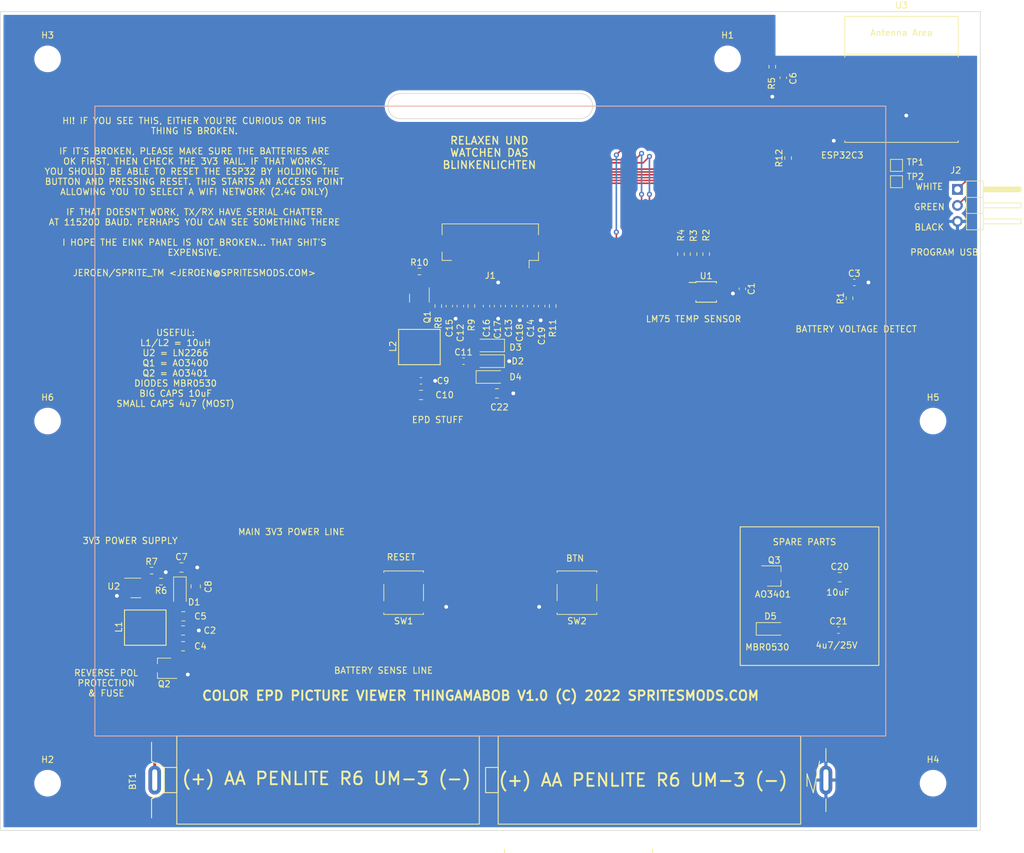
<source format=kicad_pcb>
(kicad_pcb (version 20221018) (generator pcbnew)
  (layers (0 "F.Cu" signal) (31 "B.Cu" signal) (34 "B.Paste" user) (35 "F.Paste" user) (36 "B.SilkS" user "B.Silkscreen") (37 "F.SilkS" user "F.Silkscreen") (38 "B.Mask" user) (39 "F.Mask" user) (44 "Edge.Cuts" user))
  (net 0 "")
  (net 1 "GND")
  (net 2 "LM75_PWR")
  (net 3 "VBAT_MEAS")
  (net 4 "Net-(U3-EN{slash}CHIP_PU)")
  (net 5 "+3V3")
  (net 6 "Net-(D3-A)")
  (net 7 "Net-(D2-A)")
  (net 8 "Net-(J1-VSH_LV)")
  (net 9 "EPD_VGH")
  (net 10 "EPD_VGL")
  (net 11 "Net-(J1-VSL_LV)")
  (net 12 "Net-(J1-VDD)")
  (net 13 "Net-(J1-VSH)")
  (net 14 "Net-(J1-VSL)")
  (net 15 "Net-(J1-VCOM)")
  (net 17 "EPD_GDR")
  (net 18 "EPD_RESE")
  (net 19 "TSSCL")
  (net 20 "TSSDA")
  (net 22 "EPD_BUSY")
  (net 23 "EPD_RESET")
  (net 24 "EPD_DC")
  (net 25 "EPD_CS")
  (net 26 "EPD_SCL")
  (net 27 "EPD_SDA")
  (net 28 "FMDSO")
  (net 30 "Net-(J1-MFCSB)")
  (net 31 "Net-(J1-BS)")
  (net 34 "/VBAT")
  (net 35 "/VBAT_FP")
  (net 36 "/VBAT_IND")
  (net 38 "Net-(U1-O.S.)")
  (net 39 "BTN")
  (net 40 "USB_DP")
  (net 41 "USB_DM")
  (net 42 "Net-(U2-FB)")
  (net 43 "Net-(U3-GPIO21{slash}U0TXD)")
  (net 48 "Net-(U3-GPIO20{slash}U0RXD)")
  (footprint "MountingHole:MountingHole_3.2mm_M3_ISO14580" (layer "F.Cu") (at 166 141.5)
    (fp_text reference "H4")
    (fp_text value "MountingHole")
  )
  (footprint "Capacitor_SMD:C_0603_1608Metric" (layer "F.Cu") (at 95.15 65.75 90)
    (fp_text reference "C16")
    (fp_text value "1u/25V")
  )
  (footprint "Diode_SMD:D_SOD-123" (layer "F.Cu") (at 95.75 77)
    (fp_text reference "D4")
    (fp_text value "MBR0530")
  )
  (footprint "Capacitor_SMD:C_0805_2012Metric" (layer "F.Cu") (at 47.05 115)
    (fp_text reference "C5")
    (fp_text value "10u")
  )
  (footprint "TestPoint:TestPoint_Pad_1.5x1.5mm" (layer "F.Cu") (at 160.2 43.4)
    (fp_text reference "TP1")
    (fp_text value "TestPoint")
  )
  (footprint "Capacitor_SMD:C_0603_1608Metric" (layer "F.Cu") (at 151 117.2)
    (fp_text reference "C21")
    (fp_text value "4u7/25V")
  )
  (footprint "Button_Switch_SMD:SW_SPST_B3S-1000" (layer "F.Cu") (at 109.5 111.25 180)
    (fp_text reference "SW2")
    (fp_text value "Reset")
  )
  (footprint "jeroens_lib:IND_WHC0630" (layer "F.Cu") (at 84.5 72.25 90)
    (fp_text reference "L2")
    (fp_text value "10u")
  )
  (footprint "Capacitor_SMD:C_0603_1608Metric" (layer "F.Cu") (at 142.25 29.5 -90)
    (fp_text reference "C6")
    (fp_text value "1u")
  )
  (footprint "Resistor_SMD:R_0603_1608Metric" (layer "F.Cu") (at 92.75 65.75 90)
    (fp_text reference "R9")
    (fp_text value "0")
  )
  (footprint "MountingHole:MountingHole_3.2mm_M3_ISO14580" (layer "F.Cu") (at 25.5 84)
    (fp_text reference "H6")
    (fp_text value "MountingHole")
  )
  (footprint "MountingHole:MountingHole_3.2mm_M3_ISO14580" (layer "F.Cu") (at 166 84)
    (fp_text reference "H5")
    (fp_text value "MountingHole")
  )
  (footprint "Resistor_SMD:R_0603_1608Metric" (layer "F.Cu") (at 126 57.5 -90)
    (fp_text reference "R4")
    (fp_text value "4K7")
  )
  (footprint "Capacitor_SMD:C_0603_1608Metric" (layer "F.Cu") (at 102.15 65.75 90)
    (fp_text reference "C14")
    (fp_text value "4u7/25V")
  )
  (footprint "Resistor_SMD:R_0603_1608Metric" (layer "F.Cu") (at 140.5 27.75 -90)
    (fp_text reference "R5")
    (fp_text value "10K")
  )
  (footprint "Package_TO_SOT_SMD:SOT-23" (layer "F.Cu") (at 84.5 64.5 -90)
    (fp_text reference "Q1")
    (fp_text value "AO3400")
  )
  (footprint "Resistor_SMD:R_0603_1608Metric" (layer "F.Cu") (at 42 107.75)
    (fp_text reference "R7")
    (fp_text value "980K")
  )
  (footprint "Capacitor_SMD:C_0603_1608Metric" (layer "F.Cu") (at 96.9 65.75 90)
    (fp_text reference "C17")
    (fp_text value "4u7/25V")
  )
  (footprint "jeroens_lib:2xaa_pcb_conn" (layer "F.Cu") (at 94 141 90)
    (fp_text reference "BT1")
    (fp_text value "2xAA")
  )
  (footprint "Package_TO_SOT_SMD:SOT-23W_Handsoldering" (layer "F.Cu") (at 140.8 108.6)
    (fp_text reference "Q3")
    (fp_text value "AO3401")
  )
  (footprint "jeroens_lib:Hirose_FH12-24S-0.5SH_1x24-1MP_P0.50mm_Horizontal_reverse" (layer "F.Cu") (at 95.75 57.2 180)
    (fp_text reference "J1")
    (fp_text value "24-pin-epd-fpc")
  )
  (footprint "Capacitor_SMD:C_0603_1608Metric" (layer "F.Cu") (at 98.65 65.75 90)
    (fp_text reference "C13")
    (fp_text value "4u7/25V")
  )
  (footprint "Capacitor_SMD:C_0805_2012Metric" (layer "F.Cu") (at 151.2 108.8)
    (fp_text reference "C20")
    (fp_text value "10u")
  )
  (footprint "Button_Switch_SMD:SW_SPST_B3S-1000" (layer "F.Cu") (at 82 111.25 180)
    (fp_text reference "SW1")
    (fp_text value "Reset")
  )
  (footprint "Capacitor_SMD:C_0603_1608Metric" (layer "F.Cu") (at 100.4 65.75 90)
    (fp_text reference "C18")
    (fp_text value "4u7/25V")
  )
  (footprint "Capacitor_SMD:C_0805_2012Metric" (layer "F.Cu") (at 49 110.25 90)
    (fp_text reference "C8")
    (fp_text value "10u")
  )
  (footprint "Resistor_SMD:R_0603_1608Metric" (layer "F.Cu") (at 43.5 109.5 180)
    (fp_text reference "R6")
    (fp_text value "1M6")
  )
  (footprint "Capacitor_SMD:C_0603_1608Metric" (layer "F.Cu") (at 153.5 62)
    (fp_text reference "C3")
    (fp_text value "100n")
  )
  (footprint "Capacitor_SMD:C_0603_1608Metric" (layer "F.Cu") (at 91 65.75 90)
    (fp_text reference "C12")
    (fp_text value "4u7/25V")
  )
  (footprint "Diode_SMD:D_SOD-123" (layer "F.Cu") (at 140.2 117)
    (fp_text reference "D5")
    (fp_text value "MBR0530")
  )
  (footprint "Resistor_SMD:R_0603_1608Metric" (layer "F.Cu") (at 84.5 60.25)
    (fp_text reference "R10")
    (fp_text value "10K")
  )
  (footprint "Diode_SMD:D_SOD-123" (layer "F.Cu") (at 95.75 72 180)
    (fp_text reference "D3")
    (fp_text value "MBR0530")
  )
  (footprint "MountingHole:MountingHole_3.2mm_M3_ISO14580" (layer "F.Cu") (at 25.5 26.5)
    (fp_text reference "H3")
    (fp_text value "MountingHole")
  )
  (footprint "Resistor_SMD:R_0603_1608Metric" (layer "F.Cu") (at 152.75 64.5 90)
    (fp_text reference "R1")
    (fp_text value "10K")
  )
  (footprint "Capacitor_SMD:C_0603_1608Metric" (layer "F.Cu") (at 91.5 74.5)
    (fp_text reference "C11")
    (fp_text value "4u7/25V")
  )
  (footprint "Package_TO_SOT_SMD:SOT-23W_Handsoldering" (layer "F.Cu") (at 44 123.25 180)
    (fp_text reference "Q2")
    (fp_text value "AO3401")
  )
  (footprint "Capacitor_SMD:C_0805_2012Metric" (layer "F.Cu") (at 47 117.25)
    (fp_text reference "C2")
    (fp_text value "10u")
  )
  (footprint "MountingHole:MountingHole_3.2mm_M3_ISO14580" (layer "F.Cu") (at 25.5 141.5)
    (fp_text reference "H2")
    (fp_text value "MountingHole")
  )
  (footprint "Capacitor_SMD:C_0805_2012Metric" (layer "F.Cu") (at 84.75 79.8625)
    (fp_text reference "C10")
    (fp_text value "10u")
  )
  (footprint "Package_TO_SOT_SMD:SOT-23-6" (layer "F.Cu") (at 39.5 110.5)
    (fp_text reference "U2")
    (fp_text value "LN2266")
  )
  (footprint "Resistor_SMD:R_0603_1608Metric" (layer "F.Cu") (at 143 42.25 90)
    (fp_text reference "R12")
    (fp_text value "10K")
  )
  (footprint "Capacitor_SMD:C_0805_2012Metric" (layer "F.Cu") (at 47 119.75)
    (fp_text reference "C4")
    (fp_text value "10u")
  )
  (footprint "TestPoint:TestPoint_Pad_1.5x1.5mm" (layer "F.Cu") (at 160.2 46)
    (fp_text reference "TP2")
    (fp_text value "TestPoint")
  )
  (footprint "Diode_SMD:D_SOD-123" (layer "F.Cu") (at 46.5 111 -90)
    (fp_text reference "D1")
    (fp_text value "MBR0520")
  )
  (footprint "jeroens_lib:IND_WHC0630" (layer "F.Cu") (at 41 116.8 90)
    (fp_text reference "L1")
    (fp_text value "10u")
  )
  (footprint "Capacitor_SMD:C_0603_1608Metric" (layer "F.Cu") (at 103.9 65.75 90)
    (fp_text reference "C19")
    (fp_text value "4u7/25V")
  )
  (footprint "Espressif:ESP32-C3-WROOM-02" (layer "F.Cu") (at 161 31)
    (fp_text reference "U3")
    (fp_text value "ESP32-C3-WROOM-02")
  )
  (footprint "Capacitor_SMD:C_0603_1608Metric" (layer "F.Cu") (at 135.75 63 -90)
    (fp_text reference "C1")
    (fp_text value "100n")
  )
  (footprint "Connector_PinHeader_2.54mm:PinHeader_1x03_P2.54mm_Horizontal" (layer "F.Cu") (at 169.875 47.225)
    (fp_text reference "J2")
    (fp_text value "Conn_01x03")
  )
  (footprint "Capacitor_SMD:C_0805_2012Metric" (layer "F.Cu") (at 96.8 79.6)
    (fp_text reference "C22")
    (fp_text value "10u")
  )
  (footprint "Package_SO:TSSOP-8_3x3mm_P0.65mm" (layer "F.Cu") (at 130 63.5)
    (fp_text reference "U1")
    (fp_text value "LM75B")
  )
  (footprint "Diode_SMD:D_SOD-123" (layer "F.Cu") (at 95.75 74.5 180)
    (fp_text reference "D2")
    (fp_text value "MBR0530")
  )
  (footprint "Resistor_SMD:R_0603_1608Metric" (layer "F.Cu") (at 130 57.5 -90)
    (fp_text reference "R2")
    (fp_text value "10K")
  )
  (footprint "Resistor_SMD:R_0603_1608Metric" (layer "F.Cu") (at 128 57.5 -90)
    (fp_text reference "R3")
    (fp_text value "4K7")
  )
  (footprint "MountingHole:MountingHole_3.2mm_M3_ISO14580" (layer "F.Cu") (at 133.4 26.5)
    (fp_text reference "H1")
    (fp_text value "MountingHole")
  )
  (footprint "Capacitor_SMD:C_0603_1608Metric" (layer "F.Cu") (at 89.25 65.75 90)
    (fp_text reference "C15")
    (fp_text value "4u7/25V")
  )
  (footprint "Capacitor_SMD:C_0603_1608Metric" (layer "F.Cu") (at 84.75 77.6125)
    (fp_text reference "C9")
    (fp_text value "1u")
  )
  (footprint "Resistor_SMD:R_0603_1608Metric" (layer "F.Cu") (at 87.5 65.75 -90)
    (fp_text reference "R8")
    (fp_text value "0R47")
  )
  (footprint "Capacitor_SMD:C_0805_2012Metric" (layer "F.Cu") (at 46.75 107.25)
    (fp_text reference "C7")
    (fp_text value "10u")
  )
  (footprint "Resistor_SMD:R_0603_1608Metric" (layer "F.Cu") (at 105.65 65.75 -90)
    (fp_text reference "R11")
    (fp_text value "56K")
  )
  (gr_rect (start 33 34) (end 158.5 134) (stroke (width 0.15)) (fill none) (layer "B.SilkS"))
  (gr_line (start 121.5 152) (end 121.5 152.5) (stroke (width 0.15)) (layer "F.SilkS"))
  (gr_line (start 98 152) (end 98 152.5) (stroke (width 0.15)) (layer "F.SilkS"))
  (gr_rect (start 135.4 100.8) (end 157.4 122.8) (stroke (width 0.15)) (fill none) (layer "F.SilkS"))
  (gr_arc (start 81.5 36) (mid 79.5 34) (end 81.5 32) (stroke (width 0.1)) (layer "Edge.Cuts"))
  (gr_arc (start 110 32) (mid 112 34) (end 110 36) (stroke (width 0.1)) (layer "Edge.Cuts"))
  (gr_line (start 81.5 32) (end 110 32) (stroke (width 0.1)) (layer "Edge.Cuts"))
  (gr_rect (start 18 19) (end 173.5 149) (stroke (width 0.1)) (fill none) (layer "Edge.Cuts"))
  (gr_line (start 110 36) (end 81.5 36) (stroke (width 0.1)) (layer "Edge.Cuts"))
  (gr_text "AO3401" (at 140.6 111.5) (layer "F.SilkS") (effects (font (size 1 1))))
  (gr_text "EPD STUFF" (at 87.4 83.8) (layer "F.SilkS") (effects (font (size 1 1))))
  (gr_text "BATTERY VOLTAGE DETECT\n" (at 153.8 69.4) (layer "F.SilkS") (effects (font (size 1 1))))
  (gr_text "RESET" (at 81.6 105.6) (layer "F.SilkS") (effects (font (size 1 1))))
  (gr_text "MAIN 3V3 POWER LINE" (at 64.2 101.6) (layer "F.SilkS") (effects (font (size 1 1))))
  (gr_text "SPARE PARTS" (at 145.6 103.2) (layer "F.SilkS") (effects (font (size 1 1))))
  (gr_text "HI! IF YOU SEE THIS, EITHER YOU'RE CURIOUS OR THIS\nTHING IS BROKEN.\n\nIF IT'S BROKEN, PLEASE MAKE SURE THE BATTERIES ARE\nOK FIRST, THEN CHECK THE 3V3 RAIL. IF THAT WORKS,\nYOU SHOULD BE ABLE TO RESET THE ESP32 BY HOLDING THE \nBUTTON AND PRESSING RESET. THIS STARTS AN ACCESS POINT\nALLOWING YOU TO SELECT A WIFI NETWORK (2.4G ONLY)\n\nIF THAT DOESN'T WORK, TX/RX HAVE SERIAL CHATTER\nAT 115200 BAUD. PERHAPS YOU CAN SEE SOMETHING THERE\n\nI HOPE THE EINK PANEL IS NOT BROKEN... THAT SHIT'S\nEXPENSIVE.\n\nJEROEN/SPRITE_TM <JEROEN@SPRITESMODS.COM>" (at 48.8 48.4) (layer "F.SilkS") (effects (font (size 1 1))))
  (gr_text "3V3 POWER SUPPLY" (at 38.6 103) (layer "F.SilkS") (effects (font (size 1 1))))
  (gr_text "ESP32C3" (at 151.6 41.8) (layer "F.SilkS") (effects (font (size 1 1))))
  (gr_text "REVERSE POL\nPROTECTION\n& FUSE" (at 34.8 125.6) (layer "F.SilkS") (effects (font (size 1 1))))
  (gr_text "BTN" (at 109.2 105.8) (layer "F.SilkS") (effects (font (size 1 1))))
  (gr_text "PROGRAM USB" (at 167.8 57.2) (layer "F.SilkS") (effects (font (size 1 1))))
  (gr_text "COLOR EPD PICTURE VIEWER THINGAMABOB V1.0 (C) 2022 SPRITESMODS.COM" (at 94.2 127.6) (layer "F.SilkS") (effects (font (size 1.5 1.5) (thickness 0.3))))
  (gr_text "LM75 TEMP SENSOR" (at 128 67.8) (layer "F.SilkS") (effects (font (size 1 1))))
  (gr_text "10uF" (at 150.9 111.2) (layer "F.SilkS") (effects (font (size 1 1))))
  (gr_text "BATTERY SENSE LINE" (at 78.8 123.6) (layer "F.SilkS") (effects (font (size 1 1))))
  (gr_text "MBR0530" (at 139.7 119.9) (layer "F.SilkS") (effects (font (size 1 1))))
  (gr_text "RELAXEN UND\nWATCHEN DAS\nBLINKENLICHTEN" (at 95.6 41.4) (layer "F.SilkS") (effects (font (size 1.2 1.2) (thickness 0.2))))
  (gr_text "USEFUL:\nL1/L2 = 10uH\nU2 = LN2266\nQ1 = AO3400\nQ2 = AO3401\nDIODES MBR0530\nBIG CAPS 10uF\nSMALL CAPS 4u7 (MOST)" (at 45.8 75.6) (layer "F.SilkS") (effects (font (size 1 1))))
  (gr_text "4u7/25V" (at 150.7 119.6) (layer "F.SilkS") (effects (font (size 1 1))))
  (gr_text "WHITE\n\nGREEN\n\nBLACK" (at 165.4 50) (layer "F.SilkS") (effects (font (size 1 1))))
  (segment (start 48.35 107.9) (end 47.7 107.25) (width 0.45) (layer "F.Cu") (net 1))
  (segment (start 133.5 65.25) (end 128.25 65.25) (width 0.25) (layer "F.Cu") (net 1))
  (segment (start 103.9 66.525) (end 105.6 66.525) (width 0.45) (layer "F.Cu") (net 1))
  (segment (start 45.7 124.2) (end 47.7 124.2) (width 0.45) (layer "F.Cu") (net 1))
  (segment (start 105.525 113.5) (end 103.5 113.5) (width 0.45) (layer "F.Cu") (net 1))
  (segment (start 97.4 74.5) (end 98.75 74.5) (width 0.45) (layer "F.Cu") (net 1))
  (segment (start 161.91 31.95) (end 161.91 33.05) (width 0.2) (layer "F.Cu") (net 1))
  (segment (start 128.25 65.25) (end 127.85 64.85) (width 0.25) (layer "F.Cu") (net 1))
  (segment (start 92.7 66.525) (end 92.75 66.575) (width 0.45) (layer "F.Cu") (net 1))
  (segment (start 134.25 63.75) (end 134.25 64.5) (width 0.25) (layer "F.Cu") (net 1))
  (segment (start 98 61) (end 97 62) (width 0.25) (layer "F.Cu") (net 1))
  (segment (start 98 59.05) (end 98 61) (width 0.25) (layer "F.Cu") (net 1))
  (segment (start 100.4 67.9745) (end 100.4255 68) (width 0.45) (layer "F.Cu") (net 1))
  (segment (start 103.9 67.85) (end 103.75 68) (width 0.45) (layer "F.Cu") (net 1))
  (segment (start 160.86 31.95) (end 160.86 33.05) (width 0.2) (layer "F.Cu") (net 1))
  (segment (start 96.9 66.525) (end 98.65 66.525) (width 0.45) (layer "F.Cu") (net 1))
  (segment (start 142.25 30.275) (end 142.25 30.75) (width 0.45) (layer "F.Cu") (net 1))
  (segment (start 103.9 66.525) (end 103.9 67.85) (width 0.45) (layer "F.Cu") (net 1))
  (segment (start 150.9 38.85) (end 150.25 39.5) (width 0.45) (layer "F.Cu") (net 1))
  (segment (start 134.275 63.775) (end 134.25 63.75) (width 0.45) (layer "F.Cu") (net 1))
  (segment (start 38.3625 111.45) (end 36.8 111.45) (width 0.45) (layer "F.Cu") (net 1))
  (segment (start 47.7 124.2) (end 47.75 124.25) (width 0.45) (layer "F.Cu") (net 1))
  (segment (start 163.06 31.95) (end 161.91 31.95) (width 0.2) (layer "F.Cu") (net 1))
  (segment (start 90.225 66.525) (end 90.225 67.725) (width 0.45) (layer "F.Cu") (net 1))
  (segment (start 152.25 38.85) (end 150.9 38.85) (width 0.45) (layer "F.Cu") (net 1))
  (segment (start 47.95 119.75) (end 47.95 117.25) (width 0.45) (layer "F.Cu") (net 1))
  (segment (start 85.525 77.6125) (end 85.525 79.6875) (width 0.45) (layer "F.Cu") (net 1))
  (segment (start 36.8 111.45) (end 36.5 111.75) (width 0.45) (layer "F.Cu") (net 1))
  (segment (start 161.91 34.15) (end 161.91 35.34) (width 0.2) (layer "F.Cu") (net 1))
  (segment (start 90.225 66.525) (end 91 66.525) (width 0.45) (layer "F.Cu") (net 1))
  (segment (start 163.06 34.15) (end 163.06 33.05) (width 0.2) (layer "F.Cu") (net 1))
  (segment (start 160.86 33.05) (end 160.86 34.15) (width 0.2) (layer "F.Cu") (net 1))
  (segment (start 133.525 64.475) (end 134.25 63.75) (width 0.25) (layer "F.Cu") (net 1))
  (segment (start 89.25 66.525) (end 90.225 66.525) (width 0.45) (layer "F.Cu") (net 1))
  (segment (start 97.75 79.6) (end 99.4 79.6) (width 0.45) (layer "F.Cu") (net 1))
  (segment (start 48.35 107.9) (end 49 107.25) (width 0.45) (layer "F.Cu") (net 1))
  (segment (start 134.175 63.825) (end 134.25 63.75) (width 0.25) (layer "F.Cu") (net 1))
  (segment (start 89.2 66.575) (end 89.25 66.525) (width 0.45) (layer "F.Cu") (net 1))
  (segment (start 132.15 63.825) (end 134.175 63.825) (width 0.25) (layer "F.Cu") (net 1))
  (segment (start 133.675 63.175) (end 134.25 63.75) (width 0.25) (layer "F.Cu") (net 1))
  (segment (start 96.9 66.525) (end 96.9 67.65) (width 0.45) (layer "F.Cu") (net 1))
  (segment (start 42.825 107.75) (end 44 107.75) (width 0.45) (layer "F.Cu") (net 1))
  (segment (start 132.15 64.475) (end 133.525 64.475) (width 0.25) (layer "F.Cu") (net 1))
  (segment (start 154.275 62) (end 155.75 62) (width 0.2) (layer "F.Cu") (net 1))
  (segment (start 49 107.25) (end 49.25 107.25) (width 0.45) (layer "F.Cu") (net 1))
  (segment (start 142.25 30.75) (end 140.5 32.5) (width 0.45) (layer "F.Cu") (net 1))
  (segment (start 96.9 67.65) (end 97 67.75) (width 0.45) (layer "F.Cu") (net 1))
  (segment (start 161.91 35.34) (end 161.75 35.5) (width 0.2) (layer "F.Cu") (net 1))
  (segment (start 85.525 77.6125) (end 87 77.6125) (width 0.45) (layer "F.Cu") (net 1))
  (segment (start 95.15 66.525) (end 96.9 66.525) (width 0.45) (layer "F.Cu") (net 1))
  (segment (start 100.4 66.525) (end 100.4 67.9745) (width 0.45) (layer "F.Cu") (net 1))
  (segment (start 87.5 66.575) (end 89.2 66.575) (width 0.45) (layer "F.Cu") (net 1))
  (segment (start 135.75 63.775) (end 134.275 63.775) (width 0.45) (layer "F.Cu") (net 1))
  (segment (start 102.15 66.525) (end 103.9 66.525) (width 0.45) (layer "F.Cu") (net 1))
  (segment (start 49 108.55) (end 48.35 107.9) (width 0.45) (layer "F.Cu") (net 1))
  (segment (start 85.525 79.6875) (end 85.7 79.8625) (width 0.45) (layer "F.Cu") (net 1))
  (segment (start 47.95 115.05) (end 48 115) (width 0.45) (layer "F.Cu") (net 1))
  (segment (start 78.025 113.5) (end 85.975 113.5) (width 0.45) (layer "F.Cu") (net 1))
  (segment (start 160.86 34.15) (end 161.91 34.15) (width 0.2) (layer "F.Cu") (net 1))
  (segment (start 134.25 64.5) (end 133.5 65.25) (width 0.25) (layer "F.Cu") (net 1))
  (segment (start 49 109.3) (end 49 108.55) (width 0.45) (layer "F.Cu") (net 1))
  (segment (start 47.95 117.25) (end 49.5 117.25) (width 0.45) (layer "F.Cu") (net 1))
  (segment (start 47.95 117.25) (end 47.95 115.05) (width 0.45) (layer "F.Cu") (net 1))
  (segment (start 105.6 66.525) (end 105.65 66.575) (width 0.45) (layer "F.Cu") (net 1))
  (segment (start 90.225 67.725) (end 90.25 67.75) (width 0.45) (layer "F.Cu") (net 1))
  (segment (start 127.85 64.85) (end 127.85 64.475) (width 0.25) (layer "F.Cu") (net 1))
  (segment (start 132.15 63.175) (end 133.675 63.175) (width 0.25) (layer "F.Cu") (net 1))
  (segment (start 85.975 113.5) (end 88.75 113.5) (width 0.45) (layer "F.Cu") (net 1))
  (segment (start 91 66.525) (end 92.7 66.525) (width 0.45) (layer "F.Cu") (net 1))
  (segment (start 44 107.75) (end 44.25 108) (width 0.45) (layer "F.Cu") (net 1))
  (segment (start 163.06 33.05) (end 163.06 31.95) (width 0.2) (layer "F.Cu") (net 1))
  (segment (start 113.475 113.5) (end 105.525 113.5) (width 0.45) (layer "F.Cu") (net 1))
  (segment (start 161.91 34.15) (end 163.06 34.15) (width 0.2) (layer "F.Cu") (net 1))
  (via (at 36.5 111.75) (size 1.2) (drill 0.6) (layers "F.Cu" "B.Cu") (net 1))
  (via (at 90.25 67.75) (size 1.2) (drill 0.6) (layers "F.Cu" "B.Cu") (net 1))
  (via (at 87 77.6125) (size 1.2) (drill 0.6) (layers "F.Cu" "B.Cu") (net 1))
  (via (at 49.25 107.25) (size 1.2) (drill 0.6) (layers "F.Cu" "B.Cu") (net 1))
  (via (at 98.75 74.5) (size 1.2) (drill 0.6) (layers "F.Cu" "B.Cu") (net 1))
  (via (at 140.5 32.5) (size 1.2) (drill 0.6) (layers "F.Cu" "B.Cu") (net 1))
  (via (at 134.25 63.75) (size 1.2) (drill 0.6) (layers "F.Cu" "B.Cu") (net 1))
  (via (at 97 67.75) (size 1.2) (drill 0.6) (layers "F.Cu" "B.Cu") (net 1))
  (via (at 161.75 35.5) (size 1.2) (drill 0.6) (layers "F.Cu" "B.Cu") (net 1))
  (via (at 103.5 113.5) (size 1.2) (drill 0.6) (layers "F.Cu" "B.Cu") (net 1))
  (via (at 150.25 39.5) (size 1.2) (drill 0.6) (layers "F.Cu" "B.Cu") (net 1))
  (via (at 97 62) (size 1.2) (drill 0.6) (layers "F.Cu" "B.Cu") (net 1))
  (via (at 88.75 113.5) (size 1.2) (drill 0.6) (layers "F.Cu" "B.Cu") (net 1))
  (via (at 49.5 117.25) (size 1.2) (drill 0.6) (layers "F.Cu" "B.Cu") (net 1))
  (via (at 155.75 62) (size 1.2) (drill 0.6) (layers "F.Cu" "B.Cu") (net 1))
  (via (at 44.25 108) (size 1.2) (drill 0.6) (layers "F.Cu" "B.Cu") (net 1))
  (via (at 99.4 79.6) (size 1.2) (drill 0.6) (layers "F.Cu" "B.Cu") (net 1))
  (via (at 100.4255 68) (size 1.2) (drill 0.6) (layers "F.Cu" "B.Cu") (net 1))
  (via (at 47.75 124.25) (size 1.2) (drill 0.6) (layers "F.Cu" "B.Cu") (net 1))
  (via (at 103.75 68) (size 1.2) (drill 0.6) (layers "F.Cu" "B.Cu") (net 1))
  (segment (start 132.15 62.525) (end 132.15 58.825) (width 0.25) (layer "F.Cu") (net 2))
  (segment (start 156.25 45.25) (end 139.275 62.225) (width 0.25) (layer "F.Cu") (net 2))
  (segment (start 139.275 62.225) (end 135.75 62.225) (width 0.25) (layer "F.Cu") (net 2))
  (segment (start 161.15 28.35) (end 156.25 33.25) (width 0.25) (layer "F.Cu") (net 2))
  (segment (start 132.15 58.825) (end 130 56.675) (width 0.25) (layer "F.Cu") (net 2))
  (segment (start 135.45 62.525) (end 135.75 62.225) (width 0.25) (layer "F.Cu") (net 2))
  (segment (start 126 56.675) (end 128 56.675) (width 0.25) (layer "F.Cu") (net 2))
  (segment (start 156.25 33.25) (end 156.25 45.25) (width 0.25) (layer "F.Cu") (net 2))
  (segment (start 132.15 62.525) (end 135.45 62.525) (width 0.25) (layer "F.Cu") (net 2))
  (segment (start 169.75 28.35) (end 161.15 28.35) (width 0.25) (layer "F.Cu") (net 2))
  (segment (start 128 56.675) (end 130 56.675) (width 0.25) (layer "F.Cu") (net 2))
  (segment (start 152.75 62.025) (end 152.725 62) (width 0.2) (layer "F.Cu") (net 3))
  (segment (start 152.75 63.675) (end 152.75 62.025) (width 0.2) (layer "F.Cu") (net 3))
  (segment (start 170.05 26.85) (end 172.5 29.3) (width 0.2) (layer "F.Cu") (net 3))
  (segment (start 165.65 61.1) (end 153.625 61.1) (width 0.2) (layer "F.Cu") (net 3))
  (segment (start 169.75 26.85) (end 170.05 26.85) (width 0.2) (layer "F.Cu") (net 3))
  (segment (start 153.625 61.1) (end 152.725 62) (width 0.2) (layer "F.Cu") (net 3))
  (segment (start 172.5 29.3) (end 172.5 54.25) (width 0.2) (layer "F.Cu") (net 3))
  (segment (start 172.5 54.25) (end 165.65 61.1) (width 0.2) (layer "F.Cu") (net 3))
  (segment (start 142.25 28.725) (end 142.625 28.35) (width 0.25) (layer "F.Cu") (net 4))
  (segment (start 87.25 109) (end 85.975 109) (width 0.25) (layer "F.Cu") (net 4))
  (segment (start 142.625 28.35) (end 152.25 28.35) (width 0.25) (layer "F.Cu") (net 4))
  (segment (start 140.025 28.575) (end 135.7 32.9) (width 0.25) (layer "F.Cu") (net 4))
  (segment (start 135.7 32.9) (end 124.6 32.9) (width 0.25) (layer "F.Cu") (net 4))
  (segment (start 140.5 28.575) (end 140.025 28.575) (width 0.25) (layer "F.Cu") (net 4))
  (segment (start 115.75 80.5) (end 87.25 109) (width 0.25) (layer "F.Cu") (net 4))
  (segment (start 124.6 32.9) (end 115.75 41.75) (width 0.25) (layer "F.Cu") (net 4))
  (segment (start 142.1 28.575) (end 142.25 28.725) (width 0.25) (layer "F.Cu") (net 4))
  (segment (start 115.75 54) (end 115.75 80.5) (width 0.25) (layer "F.Cu") (net 4))
  (segment (start 78.025 109) (end 85.975 109) (width 0.25) (layer "F.Cu") (net 4))
  (segment (start 140.5 28.575) (end 142.1 28.575) (width 0.25) (layer "F.Cu") (net 4))
  (via (at 115.75 41.75) (size 0.8) (drill 0.4) (layers "F.Cu" "B.Cu") (net 4))
  (via (at 115.75 54) (size 0.8) (drill 0.4) (layers "F.Cu" "B.Cu") (net 4))
  (segment (start 115.75 41.75) (end 115.75 54) (width 0.25) (layer "B.Cu") (net 4))
  (segment (start 154.75 27.75) (end 154.75 40.5) (width 0.25) (layer "F.Cu") (net 5))
  (segment (start 140.275 26.925) (end 135.3 31.9) (width 0.45) (layer "F.Cu") (net 5))
  (segment (start 135.3 31.9) (end 122.6 31.9) (width 0.45) (layer "F.Cu") (net 5))
  (segment (start 45.5 108.75) (end 45.9 108.75) (width 0.45) (layer "F.Cu") (net 5))
  (segment (start 140.5 26.925) (end 140.275 26.925) (width 0.45) (layer "F.Cu") (net 5))
  (segment (start 84.375 92.125) (end 73.5 103) (width 0.45) (layer "F.Cu") (net 5))
  (segment (start 79.175 51.825) (end 79.175 60.325) (width 0.45) (layer "F.Cu") (net 5))
  (segment (start 48.75 103) (end 45.8 105.95) (width 0.45) (layer "F.Cu") (net 5))
  (segment (start 45.9 108.75) (end 46.5 109.35) (width 0.45) (layer "F.Cu") (net 5))
  (segment (start 152.25 26.85) (end 153.85 26.85) (width 0.25) (layer "F.Cu") (net 5))
  (segment (start 45.5 108.75) (end 45.5 107.5) (width 0.45) (layer "F.Cu") (net 5))
  (segment (start 79.25 60.25) (end 79.175 60.325) (width 0.45) (layer "F.Cu") (net 5))
  (segment (start 45.5 107.5) (end 44.25 106.25) (width 0.45) (layer "F.Cu") (net 5))
  (segment (start 154.75 40.5) (end 152.175 43.075) (width 0.25) (layer "F.Cu") (net 5))
  (segment (start 44.25 106.25) (end 40.25 106.25) (width 0.45) (layer "F.Cu") (net 5))
  (segment (start 40.25 106.25) (end 38.3625 108.1375) (width 0.45) (layer "F.Cu") (net 5))
  (segment (start 79.175 60.325) (end 79.175 74.425) (width 0.45) (layer "F.Cu") (net 5))
  (segment (start 83.675 60.25) (end 79.25 60.25) (width 0.45) (layer "F.Cu") (net 5))
  (segment (start 83.975 79.6875) (end 83.8 79.8625) (width 0.45) (layer "F.Cu") (net 5))
  (segment (start 95.75 80) (end 95.75 80.75) (width 0.45) (layer "F.Cu") (net 5))
  (segment (start 94 63.25) (end 94 69.75) (width 0.45) (layer "F.Cu") (net 5))
  (segment (start 79.175 74.425) (end 79.175 86.925) (width 0.45) (layer "F.Cu") (net 5))
  (segment (start 153.85 26.85) (end 154.75 27.75) (width 0.25) (layer "F.Cu") (net 5))
  (segment (start 96.5 60.75) (end 94 63.25) (width 0.45) (layer "F.Cu") (net 5))
  (segment (start 40.6375 110.5) (end 41.75 110.5) (width 0.45) (layer "F.Cu") (net 5))
  (segment (start 94 69.75) (end 95.75 71.5) (width 0.45) (layer "F.Cu") (net 5))
  (segment (start 89.25 41.75) (end 79.175 51.825) (width 0.45) (layer "F.Cu") (net 5))
  (segment (start 47.15 109.35) (end 49 111.2) (width 0.45) (layer "F.Cu") (net 5))
  (segment (start 97.5 60.25) (end 97 60.75) (width 0.25) (layer "F.Cu") (net 5))
  (segment (start 140.575 26.85) (end 140.5 26.925) (width 0.45) (layer "F.Cu") (net 5))
  (segment (start 46.5 109.35) (end 47.15 109.35) (width 0.45) (layer "F.Cu") (net 5))
  (segment (start 83.975 77.6125) (end 83.975 79.6875) (width 0.45) (layer "F.Cu") (net 5))
  (segment (start 38.3625 108.1375) (end 38.3625 109.55) (width 0.45) (layer "F.Cu") (net 5))
  (segment (start 97 60.75) (end 97 59.05) (width 0.25) (layer "F.Cu") (net 5))
  (segment (start 44 110.75) (end 44.325 110.425) (width 0.45) (layer "F.Cu") (net 5))
  (segment (start 95.75 80.75) (end 84.375 92.125) (width 0.45) (layer "F.Cu") (net 5))
  (segment (start 152.25 26.85) (end 140.575 26.85) (width 0.45) (layer "F.Cu") (net 5))
  (segment (start 79.175 86.925) (end 84.375 92.125) (width 0.45) (layer "F.Cu") (net 5))
  (segment (start 79.175 74.425) (end 79.3 74.55) (width 0.45) (layer "F.Cu") (net 5))
  (segment (start 79.3 74.55) (end 84.5 74.55) (width 0.45) (layer "F.Cu") (net 5))
  (segment (start 97.5 59.05) (end 97.5 60.25) (width 0.25) (layer "F.Cu") (net 5))
  (segment (start 84.5 74.9125) (end 84.5 77.0875) (width 0.45) (layer "F.Cu") (net 5))
  (segment (start 73.5 103) (end 48.75 103) (width 0.45) (layer "F.Cu") (net 5))
  (segment (start 95.75 71.5) (end 95.75 80) (width 0.45) (layer "F.Cu") (net 5))
  (segment (start 112.75 41.75) (end 89.25 41.75) (width 0.45) (layer "F.Cu") (net 5))
  (segment (start 41.75 110.5) (end 42 110.75) (width 0.45) (layer "F.Cu") (net 5))
  (segment (start 97 60.75) (end 96.5 60.75) (width 0.45) (layer "F.Cu") (net 5))
  (segment (start 44.75 109.5) (end 45.5 108.75) (width 0.45) (layer "F.Cu") (net 5))
  (segment (start 44.325 110.425) (end 44.325 109.5) (width 0.45) (layer "F.Cu") (net 5))
  (segment (start 84.5 77.0875) (end 83.975 77.6125) (width 0.45) (layer "F.Cu") (net 5))
  (segment (start 122.6 31.9) (end 112.75 41.75) (width 0.45) (layer "F.Cu") (net 5))
  (segment (start 152.175 43.075) (end 143 43.075) (width 0.25) (layer "F.Cu") (net 5))
  (segment (start 42 110.75) (end 44 110.75) (width 0.45) (layer "F.Cu") (net 5))
  (segment (start 45.8 105.95) (end 45.8 107.25) (width 0.45) (layer "F.Cu") (net 5))
  (segment (start 44.325 109.5) (end 44.75 109.5) (width 0.45) (layer "F.Cu") (net 5))
  (segment (start 91.5 72) (end 91.125 72.375) (width 0.25) (layer "F.Cu") (net 6))
  (segment (start 84.5 69.95) (end 87.9 69.95) (width 0.25) (layer "F.Cu") (net 6))
  (segment (start 84.5 65.4375) (end 84.5 69.95) (width 0.25) (layer "F.Cu") (net 6))
  (segment (start 91.125 72.375) (end 90.725 72.775) (width 0.25) (layer "F.Cu") (net 6))
  (segment (start 94.1 72) (end 91.5 72) (width 0.25) (layer "F.Cu") (net 6))
  (segment (start 87.9 69.95) (end 90.725 72.775) (width 0.25) (layer "F.Cu") (net 6))
  (segment (start 90.725 72.775) (end 90.725 74.5) (width 0.25) (layer "F.Cu") (net 6))
  (segment (start 92.275 74.5) (end 94.1 74.5) (width 0.25) (layer "F.Cu") (net 7))
  (segment (start 94.1 74.5) (end 94.1 77) (width 0.25) (layer "F.Cu") (net 7))
  (segment (start 92 62.25) (end 92 59.05) (width 0.25) (layer "F.Cu") (net 8))
  (segment (start 91 63.25) (end 92 62.25) (width 0.25) (layer "F.Cu") (net 8))
  (segment (start 91 64.975) (end 91 63.25) (width 0.25) (layer "F.Cu") (net 8))
  (segment (start 100 63.625) (end 98.65 64.975) (width 0.25) (layer "F.Cu") (net 9))
  (segment (start 98.725 64.975) (end 98.65 64.975) (width 0.25) (layer "F.Cu") (net 9))
  (segment (start 100 59.05) (end 100 63.625) (width 0.25) (layer "F.Cu") (net 9))
  (segment (start 99.5 65.75) (end 98.725 64.975) (width 0.25) (layer "F.Cu") (net 9))
  (segment (start 97.4 72) (end 99.5 69.9) (width 0.25) (layer "F.Cu") (net 9))
  (segment (start 99.5 69.9) (end 99.5 65.75) (width 0.25) (layer "F.Cu") (net 9))
  (segment (start 101.35 65.775) (end 102.15 64.975) (width 0.25) (layer "F.Cu") (net 10))
  (segment (start 98.75 77) (end 101.35 74.4) (width 0.25) (layer "F.Cu") (net 10))
  (segment (start 101 63.825) (end 102.15 64.975) (width 0.25) (layer "F.Cu") (net 10))
  (segment (start 97.4 77) (end 98.75 77) (width 0.25) (layer "F.Cu") (net 10))
  (segment (start 101.35 74.4) (end 101.35 65.775) (width 0.25) (layer "F.Cu") (net 10))
  (segment (start 101 59.05) (end 101 63.825) (width 0.25) (layer "F.Cu") (net 10))
  (segment (start 91.5 61.75) (end 91.5 59.05) (width 0.25) (layer "F.Cu") (net 11))
  (segment (start 89.25 64) (end 91.5 61.75) (width 0.25) (layer "F.Cu") (net 11))
  (segment (start 89.25 64.975) (end 89.25 64) (width 0.25) (layer "F.Cu") (net 11))
  (segment (start 98.5 59.05) (end 98.5 62) (width 0.25) (layer "F.Cu") (net 12))
  (segment (start 96 63.25) (end 95.15 64.1) (width 0.25) (layer "F.Cu") (net 12))
  (segment (start 97.25 63.25) (end 96 63.25) (width 0.25) (layer "F.Cu") (net 12))
  (segment (start 98.5 62) (end 97.25 63.25) (width 0.25) (layer "F.Cu") (net 12))
  (segment (start 95.15 64.1) (end 95.15 64.975) (width 0.25) (layer "F.Cu") (net 12))
  (segment (start 96.9 64.236396) (end 99.5 61.636396) (width 0.25) (layer "F.Cu") (net 13))
  (segment (start 96.9 64.975) (end 96.9 64.236396) (width 0.25) (layer "F.Cu") (net 13))
  (segment (start 99.5 61.636396) (end 99.5 59.05) (width 0.25) (layer "F.Cu") (net 13))
  (segment (start 100.5 64.875) (end 100.4 64.975) (width 0.25) (layer "F.Cu") (net 14))
  (segment (start 100.5 59.05) (end 100.5 64.875) (width 0.25) (layer "F.Cu") (net 14))
  (segment (start 101.5 59.05) (end 101.5 62.575) (width 0.25) (layer "F.Cu") (net 15))
  (segment (start 101.5 62.575) (end 103.9 64.975) (width 0.25) (layer "F.Cu") (net 15))
  (segment (start 105.6 64.975) (end 105.65 64.925) (width 0.25) (layer "F.Cu") (net 15))
  (segment (start 103.9 64.975) (end 105.6 64.975) (width 0.25) (layer "F.Cu") (net 15))
  (segment (start 85.45 63.5625) (end 87.9375 63.5625) (width 0.25) (layer "F.Cu") (net 17))
  (segment (start 90.5 61) (end 90.5 59.05) (width 0.25) (layer "F.Cu") (net 17))
  (segment (start 87.9375 63.5625) (end 90.5 61) (width 0.25) (layer "F.Cu") (net 17))
  (segment (start 87.483147 64.653249) (end 91 61.136396) (width 0.25) (layer "F.Cu") (net 18))
  (segment (start 85.125 64.653249) (end 87.483147 64.653249) (width 0.25) (layer "F.Cu") (net 18))
  (segment (start 84.034251 63.5625) (end 85.125 64.653249) (width 0.25) (layer "F.Cu") (net 18))
  (segment (start 91 61.136396) (end 91 59.05) (width 0.25) (layer "F.Cu") (net 18))
  (segment (start 83.55 63.5625) (end 84.034251 63.5625) (width 0.25) (layer "F.Cu") (net 18))
  (segment (start 127.85 63.175) (end 128.825 63.175) (width 0.25) (layer "F.Cu") (net 19))
  (segment (start 118.75 42.5) (end 106.363604 42.5) (width 0.25) (layer "F.Cu") (net 19))
  (segment (start 127.85 63.175) (end 126.175 63.175) (width 0.25) (layer "F.Cu") (net 19))
  (segment (start 129 63) (end 129 59.325) (width 0.25) (layer "F.Cu") (net 19))
  (segment (start 92.5 56.363604) (end 92.5 59.05) (width 0.25) (layer "F.Cu") (net 19))
  (segment (start 128.825 63.175) (end 129 63) (width 0.25) (layer "F.Cu") (net 19))
  (segment (start 119.75 41.5) (end 118.75 42.5) (width 0.25) (layer "F.Cu") (net 19))
  (segment (start 119.75 56.75) (end 119.75 48) (width 0.25) (layer "F.Cu") (net 19))
  (segment (start 126.175 63.175) (end 119.75 56.75) (width 0.25) (layer "F.Cu") (net 19))
  (segment (start 106.363604 42.5) (end 92.5 56.363604) (width 0.25) (layer "F.Cu") (net 19))
  (segment (start 129 59.325) (end 128 58.325) (width 0.25) (layer "F.Cu") (net 19))
  (via (at 119.75 48) (size 0.8) (drill 0.4) (layers "F.Cu" "B.Cu") (net 19))
  (via (at 119.75 41.5) (size 0.8) (drill 0.4) (layers "F.Cu" "B.Cu") (net 19))
  (segment (start 119.75 48) (end 119.75 41.5) (width 0.25) (layer "B.Cu") (net 19))
  (segment (start 126 60) (end 126 58.325) (width 0.25) (layer "F.Cu") (net 20))
  (segment (start 127.85 62.525) (end 127.85 61.85) (width 0.25) (layer "F.Cu") (net 20))
  (segment (start 120 43) (end 121 42) (width 0.25) (layer "F.Cu") (net 20))
  (segment (start 121 55) (end 124.325 58.325) (width 0.25) (layer "F.Cu") (net 20))
  (segment (start 121 48) (end 121 55) (width 0.25) (layer "F.Cu") (net 20))
  (segment (start 93 59.05) (end 93 56.5) (width 0.25) (layer "F.Cu") (net 20))
  (segment (start 93 56.5) (end 106.5 43) (width 0.25) (layer "F.Cu") (net 20))
  (segment (start 127.85 61.85) (end 126 60) (width 0.25) (layer "F.Cu") (net 20))
  (segment (start 124.325 58.325) (end 126 58.325) (width 0.25) (layer "F.Cu") (net 20))
  (segment (start 106.5 43) (end 120 43) (width 0.25) (layer "F.Cu") (net 20))
  (via (at 121 42) (size 0.8) (drill 0.4) (layers "F.Cu" "B.Cu") (net 20))
  (via (at 121 48) (size 0.8) (drill 0.4) (layers "F.Cu" "B.Cu") (net 20))
  (segment (start 121 42) (end 121 48) (width 0.25) (layer "B.Cu") (net 20))
  (segment (start 107.5 44) (end 133.25 44) (width 0.25) (layer "F.Cu") (net 22))
  (segment (start 94 57.5) (end 94 59.05) (width 0.25) (layer "F.Cu") (net 22))
  (segment (start 133.25 44) (end 147.4 29.85) (width 0.25) (layer "F.Cu") (net 22))
  (segment (start 94 57.5) (end 107.5 44) (width 0.25) (layer "F.Cu") (net 22))
  (segment (start 147.4 29.85) (end 152.25 29.85) (width 0.25) (layer "F.Cu") (net 22))
  (segment (start 133.436396 44.45) (end 146.536396 31.35) (width 0.25) (layer "F.Cu") (net 23))
  (segment (start 94.5 57.636396) (end 94.5 59.05) (width 0.25) (layer "F.Cu") (net 23))
  (segment (start 107.686396 44.45) (end 133.436396 44.45) (width 0.25) (layer "F.Cu") (net 23))
  (segment (start 146.536396 31.35) (end 152.25 31.35) (width 0.25) (layer "F.Cu") (net 23))
  (segment (start 94.5 57.636396) (end 107.686396 44.45) (width 0.25) (layer "F.Cu") (net 23))
  (segment (start 152.25 32.85) (end 145.672792 32.85) (width 0.25) (layer "F.Cu") (net 24))
  (segment (start 133.622792 44.9) (end 107.872792 44.9) (width 0.25) (layer "F.Cu") (net 24))
  (segment (start 107.872792 44.9) (end 95 57.772792) (width 0.25) (layer "F.Cu") (net 24))
  (segment (start 145.672792 32.85) (end 133.622792 44.9) (width 0.25) (layer "F.Cu") (net 24))
  (segment (start 95 57.772792) (end 95 59.05) (width 0.25) (layer "F.Cu") (net 24))
  (segment (start 152.25 34.35) (end 144.809188 34.35) (width 0.25) (layer "F.Cu") (net 25))
  (segment (start 108.059188 45.35) (end 95.5 57.909188) (width 0.25) (layer "F.Cu") (net 25))
  (segment (start 95.5 57.909188) (end 95.5 59.05) (width 0.25) (layer "F.Cu") (net 25))
  (segment (start 133.809188 45.35) (end 108.059188 45.35) (width 0.25) (layer "F.Cu") (net 25))
  (segment (start 144.809188 34.35) (end 133.809188 45.35) (width 0.25) (layer "F.Cu") (net 25))
  (segment (start 108.245584 45.8) (end 96 58.045584) (width 0.25) (layer "F.Cu") (net 26))
  (segment (start 96 58.045584) (end 96 59.05) (width 0.25) (layer "F.Cu") (net 26))
  (segment (start 152.25 35.85) (end 143.945584 35.85) (width 0.25) (layer "F.Cu") (net 26))
  (segment (start 133.995584 45.8) (end 108.245584 45.8) (width 0.25) (layer "F.Cu") (net 26))
  (segment (start 143.945584 35.85) (end 133.995584 45.8) (width 0.25) (layer "F.Cu") (net 26))
  (segment (start 143 40) (end 141.71599 38.71599) (width 0.25) (layer "F.Cu") (net 27))
  (segment (start 96.5 58.18198) (end 108.43198 46.25) (width 0.25) (layer "F.Cu") (net 27))
  (segment (start 143 41.425) (end 143 40) (width 0.25) (layer "F.Cu") (net 27))
  (segment (start 134.18198 46.25) (end 141.71599 38.71599) (width 0.25) (layer "F.Cu") (net 27))
  (segment (start 143.08198 37.35) (end 152.25 37.35) (width 0.25) (layer "F.Cu") (net 27))
  (segment (start 108.43198 46.25) (end 134.18198 46.25) (width 0.25) (layer "F.Cu") (net 27))
  (segment (start 96.5 59.05) (end 96.5 58.18198) (width 0.25) (layer "F.Cu") (net 27))
  (segment (start 141.71599 38.71599) (end 143.08198 37.35) (width 0.25) (layer "F.Cu") (net 27))
  (segment (start 90 59.5) (end 90 59.05) (width 0.25) (layer "F.Cu") (net 30))
  (segment (start 89.25 60.25) (end 90 59.5) (width 0.25) (layer "F.Cu") (net 30))
  (segment (start 85.325 60.25) (end 89.25 60.25) (width 0.25) (layer "F.Cu") (net 30))
  (segment (start 93.5 62.25) (end 93.5 59.05) (width 0.25) (layer "F.Cu") (net 31))
  (segment (start 92.75 63) (end 93.5 62.25) (width 0.25) (layer "F.Cu") (net 31))
  (segment (start 92.75 64.925) (end 92.75 63) (width 0.25) (layer "F.Cu") (net 31))
  (segment (start 42.5 141) (end 42.5 129.4375) (width 0.45) (layer "F.Cu") (net 34))
  (segment (start 41.75 123.8) (end 42.3 123.25) (width 0.45) (layer "F.Cu") (net 34))
  (segment (start 41.75 128.6875) (end 41.75 123.8) (width 0.45) (layer "F.Cu") (net 34))
  (segment (start 42.5 129.4375) (end 41.75 128.6875) (width 0.45) (layer "F.Cu") (net 34))
  (segment (start 45.7 120.1) (end 46.05 119.75) (width 0.45) (layer "F.Cu") (net 35))
  (segment (start 45.7 122.3) (end 45.7 120.1) (width 0.45) (layer "F.Cu") (net 35))
  (segment (start 46.05 115.05) (end 46.1 115) (width 0.45) (layer "F.Cu") (net 35))
  (segment (start 45.7 122.3) (end 115.2 122.3) (width 0.2) (layer "F.Cu") (net 35))
  (segment (start 152.75 84.75) (end 152.75 65.325) (width 0.2) (layer "F.Cu") (net 35))
  (segment (start 46.05 119.75) (end 45.4 119.1) (width 0.45) (layer "F.Cu") (net 35))
  (segment (start 45.4 119.1) (end 41 119.1) (width 0.45) (layer "F.Cu") (net 35))
  (segment (start 46.05 117.25) (end 46.05 115.05) (width 0.45) (layer "F.Cu") (net 35))
  (segment (start 115.2 122.3) (end 152.75 84.75) (width 0.2) (layer "F.Cu") (net 35))
  (segment (start 46.05 119.75) (end 46.05 117.25) (width 0.45) (layer "F.Cu") (net 35))
  (segment (start 42.85 112.65) (end 46.5 112.65) (width 0.45) (layer "F.Cu") (net 36))
  (segment (start 40.6375 111.45) (end 40.6375 114.1375) (width 0.45) (layer "F.Cu") (net 36))
  (segment (start 41 114.5) (end 42.85 112.65) (width 0.45) (layer "F.Cu") (net 36))
  (segment (start 40.6375 114.1375) (end 41 114.5) (width 0.45) (layer "F.Cu") (net 36))
  (segment (start 129.175 63.825) (end 130 63) (width 0.25) (layer "F.Cu") (net 38))
  (segment (start 130 63) (end 130 58.325) (width 0.25) (layer "F.Cu") (net 38))
  (segment (start 127.85 63.825) (end 129.175 63.825) (width 0.25) (layer "F.Cu") (net 38))
  (segment (start 105.525 109) (end 113.475 109) (width 0.25) (layer "F.Cu") (net 39))
  (segment (start 169.75 40.5) (end 113.475 96.775) (width 0.25) (layer "F.Cu") (net 39))
  (segment (start 169.75 38.85) (end 169.75 40.5) (width 0.25) (layer "F.Cu") (net 39))
  (segment (start 113.475 96.775) (end 113.475 109) (width 0.25) (layer "F.Cu") (net 39))
  (segment (start 169.75 34.35) (end 169.9 34.5) (width 0.25) (layer "F.Cu") (net 40))
  (segment (start 169.9 34.5) (end 170.5 34.5) (width 0.25) (layer "F.Cu") (net 40))
  (segment (start 171.5 45.6) (end 169.875 47.225) (width 0.25) (layer "F.Cu") (net 40))
  (segment (start 170.5 34.5) (end 171.5 35.5) (width 0.25) (layer "F.Cu") (net 40))
  (segment (start 171.5 35.5) (end 171.5 45.6) (width 0.25) (layer "F.Cu") (net 40))
  (segment (start 169.75 32.85) (end 170.05 32.85) (width 0.25) (layer "F.Cu") (net 41))
  (segment (start 171.95 34.75) (end 171.95 47.69) (width 0.25) (layer "F.Cu") (net 41))
  (segment (start 170.05 32.85) (end 171.95 34.75) (width 0.25) (layer "F.Cu") (net 41))
  (segment (start 171.95 47.69) (end 169.875 49.765) (width 0.25) (layer "F.Cu") (net 41))
  (segment (start 41.175 109.0125) (end 40.6375 109.55) (width 0.25) (layer "F.Cu") (net 42))
  (segment (start 40.6375 109.55) (end 42.625 109.55) (width 0.25) (layer "F.Cu") (net 42))
  (segment (start 42.625 109.55) (end 42.675 109.5) (width 0.25) (layer "F.Cu") (net 42))
  (segment (start 41.175 107.75) (end 41.175 109.0125) (width 0.25) (layer "F.Cu") (net 42))
  (segment (start 169.75 35.85) (end 167.65 35.85) (width 0.25) (layer "F.Cu") (net 43))
  (segment (start 167.65 35.85) (end 160.5 43) (width 0.25) (layer "F.Cu") (net 43))
  (segment (start 169.45 37.35) (end 160.55 46.25) (width 0.25) (layer "F.Cu") (net 48))
  (segment (start 169.75 37.35) (end 169.45 37.35) (width 0.25) (layer "F.Cu") (net 48))
  (segment (start 160.55 46.25) (end 160.5 46.25) (width 0.25) (layer "F.Cu") (net 48))
  (zone (net 1) (net_name "GND") (layer "B.Cu") (connect_pads (clearance 0.508)) (min_thickness 0.254) (fill yes (thermal_gap 0.508) (thermal_bridge_width 0.508))
    (polygon (pts (xy 141 26) (xy 173.5 26) (xy 173.5 149) (xy 18 149) (xy 18 19) (xy 141 19)))
  )
)
</source>
